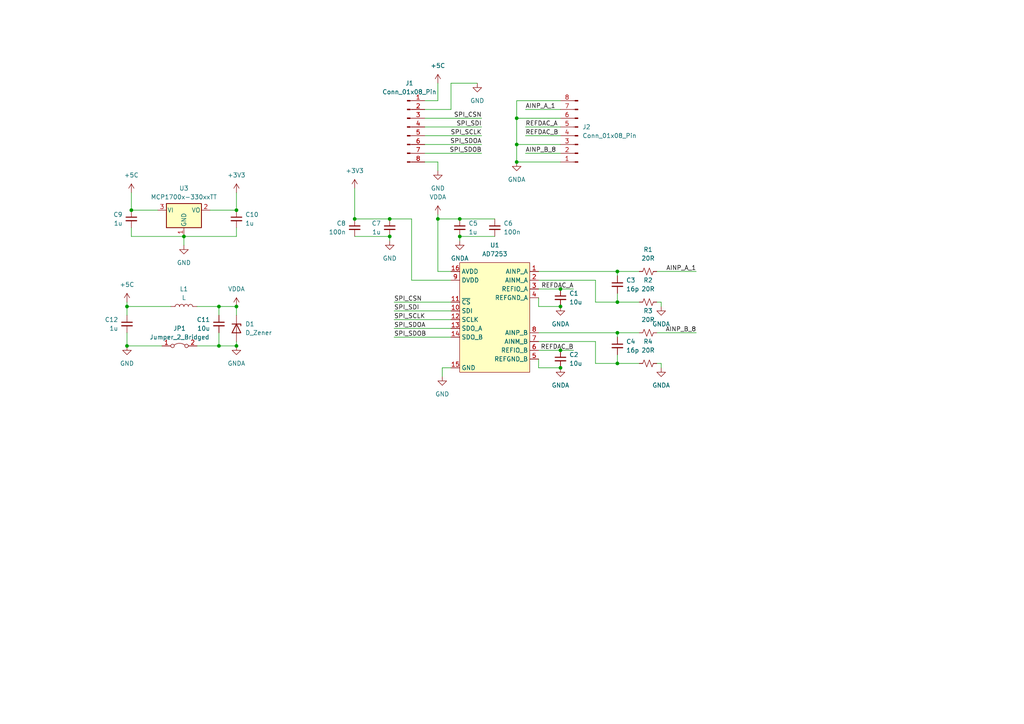
<source format=kicad_sch>
(kicad_sch (version 20230121) (generator eeschema)
  (paper "A4")
  (lib_symbols
    (symbol "BANDIT_PCB_Lib:AD7253"
      (property "Reference" "U" (at 0 3.81 0))
      (property "Value" "AD7253" (at -11.43 3.81 0))
      (symbol "AD7253_1_1"
        (rectangle (start -15.24 2.54) (end 5.08 -29.21) (fill (type background)))
        (pin input line (at 7.62 0 180) (length 2.54) (name "AINP_A") (number "1"))
        (pin input line (at -17.78 -11.43 0) (length 2.54) (name "SDI") (number "10"))
        (pin input line (at -17.78 -8.89 0) (length 2.54) (name "~{CS}") (number "11"))
        (pin input line (at -17.78 -13.97 0) (length 2.54) (name "SCLK") (number "12"))
        (pin input line (at -17.78 -16.51 0) (length 2.54) (name "SDO_A") (number "13"))
        (pin input line (at -17.78 -19.05 0) (length 2.54) (name "SDO_B") (number "14"))
        (pin input line (at -17.78 -27.94 0) (length 2.54) (name "GND") (number "15"))
        (pin input line (at -17.78 0 0) (length 2.54) (name "AVDD") (number "16"))
        (pin input line (at 7.62 -2.54 180) (length 2.54) (name "AINM_A") (number "2"))
        (pin input line (at 7.62 -5.08 180) (length 2.54) (name "REFIO_A") (number "3"))
        (pin input line (at 7.62 -7.62 180) (length 2.54) (name "REFGND_A") (number "4"))
        (pin input line (at 7.62 -25.4 180) (length 2.54) (name "REFGND_B") (number "5"))
        (pin input line (at 7.62 -22.86 180) (length 2.54) (name "REFIO_B") (number "6"))
        (pin input line (at 7.62 -20.32 180) (length 2.54) (name "AINM_B") (number "7"))
        (pin input line (at 7.62 -17.78 180) (length 2.54) (name "AINP_B") (number "8"))
        (pin input line (at -17.78 -2.54 0) (length 2.54) (name "DVDD") (number "9"))
      )
    )
    (symbol "Connector:Conn_01x08_Pin" (pin_names (offset 1.016) hide)
      (property "Reference" "J" (at 0 10.16 0))
      (property "Value" "Conn_01x08_Pin" (at 0 -12.7 0))
      (symbol "Conn_01x08_Pin_1_1"
        (polyline (pts (xy 1.27 -10.16) (xy 0.8636 -10.16)) (stroke (width 0.1524)))
        (polyline (pts (xy 1.27 -7.62) (xy 0.8636 -7.62)) (stroke (width 0.1524)))
        (polyline (pts (xy 1.27 -5.08) (xy 0.8636 -5.08)) (stroke (width 0.1524)))
        (polyline (pts (xy 1.27 -2.54) (xy 0.8636 -2.54)) (stroke (width 0.1524)))
        (polyline (pts (xy 1.27 0) (xy 0.8636 0)) (stroke (width 0.1524)))
        (polyline (pts (xy 1.27 2.54) (xy 0.8636 2.54)) (stroke (width 0.1524)))
        (polyline (pts (xy 1.27 5.08) (xy 0.8636 5.08)) (stroke (width 0.1524)))
        (polyline (pts (xy 1.27 7.62) (xy 0.8636 7.62)) (stroke (width 0.1524)))
        (rectangle (start 0.8636 -10.033) (end 0 -10.287) (stroke (width 0.1524)) (fill (type outline)))
        (rectangle (start 0.8636 -7.493) (end 0 -7.747) (stroke (width 0.1524)) (fill (type outline)))
        (rectangle (start 0.8636 -4.953) (end 0 -5.207) (stroke (width 0.1524)) (fill (type outline)))
        (rectangle (start 0.8636 -2.413) (end 0 -2.667) (stroke (width 0.1524)) (fill (type outline)))
        (rectangle (start 0.8636 0.127) (end 0 -0.127) (stroke (width 0.1524)) (fill (type outline)))
        (rectangle (start 0.8636 2.667) (end 0 2.413) (stroke (width 0.1524)) (fill (type outline)))
        (rectangle (start 0.8636 5.207) (end 0 4.953) (stroke (width 0.1524)) (fill (type outline)))
        (rectangle (start 0.8636 7.747) (end 0 7.493) (stroke (width 0.1524)) (fill (type outline)))
        (pin passive line (at 5.08 7.62 180) (length 3.81) (name "Pin_1") (number "1"))
        (pin passive line (at 5.08 5.08 180) (length 3.81) (name "Pin_2") (number "2"))
        (pin passive line (at 5.08 2.54 180) (length 3.81) (name "Pin_3") (number "3"))
        (pin passive line (at 5.08 0 180) (length 3.81) (name "Pin_4") (number "4"))
        (pin passive line (at 5.08 -2.54 180) (length 3.81) (name "Pin_5") (number "5"))
        (pin passive line (at 5.08 -5.08 180) (length 3.81) (name "Pin_6") (number "6"))
        (pin passive line (at 5.08 -7.62 180) (length 3.81) (name "Pin_7") (number "7"))
        (pin passive line (at 5.08 -10.16 180) (length 3.81) (name "Pin_8") (number "8"))
      )
    )
    (symbol "Device:C_Small" (pin_numbers hide) (pin_names (offset 0.254) hide)
      (property "Reference" "C" (at 0.254 1.778 0))
      (property "Value" "C_Small" (at 0.254 -2.032 0))
      (symbol "C_Small_0_1"
        (polyline (pts (xy -1.524 -0.508) (xy 1.524 -0.508)) (stroke (width 0.3302)))
        (polyline (pts (xy -1.524 0.508) (xy 1.524 0.508)) (stroke (width 0.3048)))
      )
      (symbol "C_Small_1_1"
        (pin passive line (at 0 2.54 270) (length 2.032) (name "~") (number "1"))
        (pin passive line (at 0 -2.54 90) (length 2.032) (name "~") (number "2"))
      )
    )
    (symbol "Device:D_Zener" (pin_numbers hide) (pin_names (offset 1.016) hide)
      (property "Reference" "D" (at 0 2.54 0))
      (property "Value" "D_Zener" (at 0 -2.54 0))
      (symbol "D_Zener_0_1"
        (polyline (pts (xy 1.27 0) (xy -1.27 0)))
        (polyline (pts (xy -1.27 -1.27) (xy -1.27 1.27) (xy -0.762 1.27)) (stroke (width 0.254)))
        (polyline (pts (xy 1.27 -1.27) (xy 1.27 1.27) (xy -1.27 0) (xy 1.27 -1.27)) (stroke (width 0.254)))
      )
      (symbol "D_Zener_1_1"
        (pin passive line (at -3.81 0 0) (length 2.54) (name "K") (number "1"))
        (pin passive line (at 3.81 0 180) (length 2.54) (name "A") (number "2"))
      )
    )
    (symbol "Device:L" (pin_numbers hide) (pin_names (offset 1.016) hide)
      (property "Reference" "L" (at -1.27 0 90))
      (property "Value" "L" (at 1.905 0 90))
      (symbol "L_0_1"
        (arc (start 0 -2.54) (mid 0.6323 -1.905) (end 0 -1.27))
        (arc (start 0 -1.27) (mid 0.6323 -0.635) (end 0 0))
        (arc (start 0 0) (mid 0.6323 0.635) (end 0 1.27))
        (arc (start 0 1.27) (mid 0.6323 1.905) (end 0 2.54))
      )
      (symbol "L_1_1"
        (pin passive line (at 0 3.81 270) (length 1.27) (name "1") (number "1"))
        (pin passive line (at 0 -3.81 90) (length 1.27) (name "2") (number "2"))
      )
    )
    (symbol "Device:R_Small_US" (pin_numbers hide) (pin_names (offset 0.254) hide)
      (property "Reference" "R" (at 0.762 0.508 0))
      (property "Value" "R_Small_US" (at 0.762 -1.016 0))
      (symbol "R_Small_US_1_1"
        (polyline (pts (xy 0 0) (xy 1.016 -0.381) (xy 0 -0.762) (xy -1.016 -1.143) (xy 0 -1.524)))
        (polyline (pts (xy 0 1.524) (xy 1.016 1.143) (xy 0 0.762) (xy -1.016 0.381) (xy 0 0)))
        (pin passive line (at 0 2.54 270) (length 1.016) (name "~") (number "1"))
        (pin passive line (at 0 -2.54 90) (length 1.016) (name "~") (number "2"))
      )
    )
    (symbol "Jumper:Jumper_2_Bridged" (pin_names (offset 0) hide)
      (property "Reference" "JP" (at 0 1.905 0))
      (property "Value" "Jumper_2_Bridged" (at 0 -2.54 0))
      (symbol "Jumper_2_Bridged_0_0"
        (circle (center -2.032 0) (radius 0.508))
        (circle (center 2.032 0) (radius 0.508))
      )
      (symbol "Jumper_2_Bridged_0_1"
        (arc (start 1.524 0.254) (mid 0 0.762) (end -1.524 0.254))
      )
      (symbol "Jumper_2_Bridged_1_1"
        (pin passive line (at -5.08 0 0) (length 2.54) (name "A") (number "1"))
        (pin passive line (at 5.08 0 180) (length 2.54) (name "B") (number "2"))
      )
    )
    (symbol "Regulator_Linear:MCP1700x-330xxTT" (pin_names (offset 0.254))
      (property "Reference" "U" (at -3.81 3.175 0))
      (property "Value" "MCP1700x-330xxTT" (at 0 3.175 0))
      (symbol "MCP1700x-330xxTT_0_1"
        (rectangle (start -5.08 1.905) (end 5.08 -5.08) (stroke (width 0.254)) (fill (type background)))
      )
      (symbol "MCP1700x-330xxTT_1_1"
        (pin power_in line (at 0 -7.62 90) (length 2.54) (name "GND") (number "1"))
        (pin power_out line (at 7.62 0 180) (length 2.54) (name "VO") (number "2"))
        (pin power_in line (at -7.62 0 0) (length 2.54) (name "VI") (number "3"))
      )
    )
    (symbol "power:+3V3" (power) (pin_names (offset 0))
      (property "Value" "+3V3" (at 0 3.556 0))
      (symbol "+3V3_0_1"
        (polyline (pts (xy -0.762 1.27) (xy 0 2.54)))
        (polyline (pts (xy 0 0) (xy 0 2.54)))
        (polyline (pts (xy 0 2.54) (xy 0.762 1.27)))
      )
      (symbol "+3V3_1_1"
        (pin power_in line (at 0 0 90) (length 0) hide (name "+3V3") (number "1"))
      )
    )
    (symbol "power:+5C" (power) (pin_names (offset 0))
      (property "Value" "+5C" (at 0 3.556 0))
      (symbol "+5C_0_1"
        (polyline (pts (xy -0.762 1.27) (xy 0 2.54)))
        (polyline (pts (xy 0 0) (xy 0 2.54)))
        (polyline (pts (xy 0 2.54) (xy 0.762 1.27)))
      )
      (symbol "+5C_1_1"
        (pin power_in line (at 0 0 90) (length 0) hide (name "+5C") (number "1"))
      )
    )
    (symbol "power:GND" (power) (pin_names (offset 0))
      (property "Value" "GND" (at 0 -3.81 0))
      (symbol "GND_0_1"
        (polyline (pts (xy 0 0) (xy 0 -1.27) (xy 1.27 -1.27) (xy 0 -2.54) (xy -1.27 -1.27) (xy 0 -1.27)))
      )
      (symbol "GND_1_1"
        (pin power_in line (at 0 0 270) (length 0) hide (name "GND") (number "1"))
      )
    )
    (symbol "power:GNDA" (power) (pin_names (offset 0))
      (property "Value" "GNDA" (at 0 -3.81 0))
      (symbol "GNDA_0_1"
        (polyline (pts (xy 0 0) (xy 0 -1.27) (xy 1.27 -1.27) (xy 0 -2.54) (xy -1.27 -1.27) (xy 0 -1.27)))
      )
      (symbol "GNDA_1_1"
        (pin power_in line (at 0 0 270) (length 0) hide (name "GNDA") (number "1"))
      )
    )
    (symbol "power:VDDA" (power) (pin_names (offset 0))
      (property "Value" "VDDA" (at 0 3.81 0))
      (symbol "VDDA_0_1"
        (polyline (pts (xy -0.762 1.27) (xy 0 2.54)))
        (polyline (pts (xy 0 0) (xy 0 2.54)))
        (polyline (pts (xy 0 2.54) (xy 0.762 1.27)))
      )
      (symbol "VDDA_1_1"
        (pin power_in line (at 0 0 90) (length 0) hide (name "VDDA") (number "1"))
      )
    )
  )
  (junction (at 162.56 101.6))
  (junction (at 133.35 63.5))
  (junction (at 68.58 60.96))
  (junction (at 127 63.5))
  (junction (at 63.5 100.33))
  (junction (at 36.83 88.9))
  (junction (at 102.87 63.5))
  (junction (at 113.03 63.5))
  (junction (at 36.83 100.33))
  (junction (at 63.5 88.9))
  (junction (at 162.56 106.68))
  (junction (at 53.34 68.58))
  (junction (at 162.56 83.82))
  (junction (at 179.07 78.74))
  (junction (at 179.07 105.41))
  (junction (at 179.07 96.52))
  (junction (at 149.86 41.91))
  (junction (at 162.56 88.9))
  (junction (at 149.86 46.99))
  (junction (at 133.35 68.58))
  (junction (at 38.1 60.96))
  (junction (at 68.58 100.33))
  (junction (at 68.58 88.9))
  (junction (at 149.86 34.29))
  (junction (at 113.03 68.58))
  (junction (at 179.07 87.63))
  (wire (pts (xy 172.72 99.06) (xy 172.72 105.41)))
  (wire (pts (xy 162.56 41.91) (xy 149.86 41.91)))
  (wire (pts (xy 156.21 104.14) (xy 156.21 106.68)))
  (wire (pts (xy 179.07 85.09) (xy 179.07 87.63)))
  (wire (pts (xy 191.77 88.9) (xy 191.77 87.63)))
  (wire (pts (xy 128.27 106.68) (xy 130.81 106.68)))
  (wire (pts (xy 156.21 78.74) (xy 179.07 78.74)))
  (wire (pts (xy 68.58 99.06) (xy 68.58 100.33)))
  (wire (pts (xy 113.03 68.58) (xy 102.87 68.58)))
  (wire (pts (xy 113.03 69.85) (xy 113.03 68.58)))
  (wire (pts (xy 119.38 63.5) (xy 113.03 63.5)))
  (wire (pts (xy 191.77 87.63) (xy 190.5 87.63)))
  (wire (pts (xy 149.86 46.99) (xy 162.56 46.99)))
  (wire (pts (xy 49.53 88.9) (xy 36.83 88.9)))
  (wire (pts (xy 156.21 96.52) (xy 179.07 96.52)))
  (wire (pts (xy 162.56 83.82) (xy 166.37 83.82)))
  (wire (pts (xy 114.3 87.63) (xy 130.81 87.63)))
  (wire (pts (xy 123.19 31.75) (xy 130.81 31.75)))
  (wire (pts (xy 38.1 55.88) (xy 38.1 60.96)))
  (wire (pts (xy 179.07 87.63) (xy 185.42 87.63)))
  (wire (pts (xy 156.21 99.06) (xy 172.72 99.06)))
  (wire (pts (xy 190.5 96.52) (xy 201.93 96.52)))
  (wire (pts (xy 149.86 34.29) (xy 149.86 29.21)))
  (wire (pts (xy 36.83 88.9) (xy 36.83 91.44)))
  (wire (pts (xy 119.38 63.5) (xy 119.38 81.28)))
  (wire (pts (xy 156.21 86.36) (xy 156.21 88.9)))
  (wire (pts (xy 127 46.99) (xy 123.19 46.99)))
  (wire (pts (xy 139.7 41.91) (xy 123.19 41.91)))
  (wire (pts (xy 38.1 60.96) (xy 45.72 60.96)))
  (wire (pts (xy 179.07 102.87) (xy 179.07 105.41)))
  (wire (pts (xy 139.7 44.45) (xy 123.19 44.45)))
  (wire (pts (xy 139.7 39.37) (xy 123.19 39.37)))
  (wire (pts (xy 133.35 68.58) (xy 143.51 68.58)))
  (wire (pts (xy 179.07 80.01) (xy 179.07 78.74)))
  (wire (pts (xy 179.07 78.74) (xy 185.42 78.74)))
  (wire (pts (xy 179.07 97.79) (xy 179.07 96.52)))
  (wire (pts (xy 102.87 54.61) (xy 102.87 63.5)))
  (wire (pts (xy 113.03 63.5) (xy 102.87 63.5)))
  (wire (pts (xy 149.86 41.91) (xy 149.86 46.99)))
  (wire (pts (xy 68.58 88.9) (xy 68.58 91.44)))
  (wire (pts (xy 114.3 92.71) (xy 130.81 92.71)))
  (wire (pts (xy 63.5 100.33) (xy 68.58 100.33)))
  (wire (pts (xy 36.83 100.33) (xy 46.99 100.33)))
  (wire (pts (xy 190.5 78.74) (xy 201.93 78.74)))
  (wire (pts (xy 68.58 68.58) (xy 68.58 66.04)))
  (wire (pts (xy 172.72 87.63) (xy 179.07 87.63)))
  (wire (pts (xy 127 49.53) (xy 127 46.99)))
  (wire (pts (xy 114.3 95.25) (xy 130.81 95.25)))
  (wire (pts (xy 63.5 88.9) (xy 63.5 91.44)))
  (wire (pts (xy 36.83 96.52) (xy 36.83 100.33)))
  (wire (pts (xy 36.83 88.9) (xy 36.83 87.63)))
  (wire (pts (xy 53.34 68.58) (xy 68.58 68.58)))
  (wire (pts (xy 162.56 106.68) (xy 156.21 106.68)))
  (wire (pts (xy 127 63.5) (xy 127 78.74)))
  (wire (pts (xy 179.07 96.52) (xy 185.42 96.52)))
  (wire (pts (xy 149.86 41.91) (xy 149.86 34.29)))
  (wire (pts (xy 63.5 88.9) (xy 68.58 88.9)))
  (wire (pts (xy 139.7 34.29) (xy 123.19 34.29)))
  (wire (pts (xy 38.1 68.58) (xy 38.1 66.04)))
  (wire (pts (xy 162.56 101.6) (xy 166.37 101.6)))
  (wire (pts (xy 156.21 83.82) (xy 162.56 83.82)))
  (wire (pts (xy 133.35 69.85) (xy 133.35 68.58)))
  (wire (pts (xy 53.34 68.58) (xy 53.34 71.12)))
  (wire (pts (xy 139.7 36.83) (xy 123.19 36.83)))
  (wire (pts (xy 152.4 39.37) (xy 162.56 39.37)))
  (wire (pts (xy 127 24.13) (xy 127 29.21)))
  (wire (pts (xy 179.07 105.41) (xy 185.42 105.41)))
  (wire (pts (xy 57.15 100.33) (xy 63.5 100.33)))
  (wire (pts (xy 114.3 97.79) (xy 130.81 97.79)))
  (wire (pts (xy 191.77 105.41) (xy 190.5 105.41)))
  (wire (pts (xy 156.21 81.28) (xy 172.72 81.28)))
  (wire (pts (xy 156.21 101.6) (xy 162.56 101.6)))
  (wire (pts (xy 130.81 31.75) (xy 130.81 24.13)))
  (wire (pts (xy 152.4 31.75) (xy 162.56 31.75)))
  (wire (pts (xy 119.38 81.28) (xy 130.81 81.28)))
  (wire (pts (xy 152.4 44.45) (xy 162.56 44.45)))
  (wire (pts (xy 114.3 90.17) (xy 130.81 90.17)))
  (wire (pts (xy 149.86 34.29) (xy 162.56 34.29)))
  (wire (pts (xy 152.4 36.83) (xy 162.56 36.83)))
  (wire (pts (xy 191.77 106.68) (xy 191.77 105.41)))
  (wire (pts (xy 127 29.21) (xy 123.19 29.21)))
  (wire (pts (xy 172.72 81.28) (xy 172.72 87.63)))
  (wire (pts (xy 172.72 105.41) (xy 179.07 105.41)))
  (wire (pts (xy 53.34 68.58) (xy 38.1 68.58)))
  (wire (pts (xy 68.58 55.88) (xy 68.58 60.96)))
  (wire (pts (xy 130.81 24.13) (xy 138.43 24.13)))
  (wire (pts (xy 133.35 63.5) (xy 143.51 63.5)))
  (wire (pts (xy 127 63.5) (xy 133.35 63.5)))
  (wire (pts (xy 68.58 60.96) (xy 60.96 60.96)))
  (wire (pts (xy 162.56 88.9) (xy 156.21 88.9)))
  (wire (pts (xy 63.5 96.52) (xy 63.5 100.33)))
  (wire (pts (xy 127 78.74) (xy 130.81 78.74)))
  (wire (pts (xy 149.86 29.21) (xy 162.56 29.21)))
  (wire (pts (xy 128.27 109.22) (xy 128.27 106.68)))
  (wire (pts (xy 57.15 88.9) (xy 63.5 88.9)))
  (wire (pts (xy 127 62.23) (xy 127 63.5)))
  (label "SPI_SCLK" (at 114.3 92.71 0))
  (label "AINP_A_1" (at 152.4 31.75 0))
  (label "SPI_CSN" (at 139.7 34.29 180))
  (label "SPI_SDI" (at 139.7 36.83 180))
  (label "SPI_SDOA" (at 139.7 41.91 180))
  (label "SPI_SDI" (at 114.3 90.17 0))
  (label "AINP_B_8" (at 152.4 44.45 0))
  (label "REFDAC_A" (at 166.37 83.82 180))
  (label "SPI_CSN" (at 114.3 87.63 0))
  (label "SPI_SCLK" (at 139.7 39.37 180))
  (label "REFDAC_A" (at 152.4 36.83 0))
  (label "SPI_SDOA" (at 114.3 95.25 0))
  (label "AINP_B_8" (at 201.93 96.52 180))
  (label "AINP_A_1" (at 201.93 78.74 180))
  (label "SPI_SDOB" (at 114.3 97.79 0))
  (label "SPI_SDOB" (at 139.7 44.45 180))
  (label "REFDAC_B" (at 152.4 39.37 0))
  (label "REFDAC_B" (at 166.37 101.6 180))
  (symbol (lib_id "Device:C_Small") (at 133.35 66.04 0) (unit 1)
    (property "Reference" "C5" (at 135.89 64.7763 0) (effects (justify left)))
    (property "Value" "1u" (at 135.89 67.3163 0) (effects (justify left)))
    (property "Footprint" "Capacitor_SMD:C_1206_3216Metric_Pad1.33x1.80mm_HandSolder" (effects hide))
  )
  (symbol (lib_id "power:+3V3") (at 68.58 55.88 0) (unit 1)
    (property "Reference" "#PWR012" (effects hide))
    (property "Value" "+3V3" (at 68.58 50.8 0))
  )
  (symbol (lib_id "power:GNDA") (at 162.56 88.9 0) (unit 1)
    (property "Reference" "#PWR01" (effects hide))
    (property "Value" "GNDA" (at 162.56 93.98 0))
  )
  (symbol (lib_id "Device:C_Small") (at 179.07 100.33 0) (unit 1)
    (property "Reference" "C4" (at 181.61 99.0663 0) (effects (justify left)))
    (property "Value" "16p" (at 181.61 101.6063 0) (effects (justify left)))
    (property "Footprint" "Capacitor_SMD:C_1206_3216Metric_Pad1.33x1.80mm_HandSolder" (effects hide))
  )
  (symbol (lib_id "BANDIT_PCB_Lib:AD7253") (at 148.59 78.74 0) (unit 1)
    (property "Reference" "U1" (at 143.51 71.12 0))
    (property "Value" "AD7253" (at 143.51 73.66 0))
    (property "Footprint" "Package_SO:TSSOP-16_4.4x5mm_P0.65mm" (effects hide))
  )
  (symbol (lib_id "Connector:Conn_01x08_Pin") (at 167.64 39.37 180) (unit 1)
    (property "Reference" "J2" (at 168.91 36.83 0) (effects (justify right)))
    (property "Value" "Conn_01x08_Pin" (at 168.91 39.37 0) (effects (justify right)))
    (property "Footprint" "Connector_PinSocket_2.54mm:PinSocket_1x08_P2.54mm_Vertical" (effects hide))
  )
  (symbol (lib_id "power:GNDA") (at 191.77 106.68 0) (unit 1)
    (property "Reference" "#PWR04" (effects hide))
    (property "Value" "GNDA" (at 191.77 111.76 0))
  )
  (symbol (lib_id "power:GND") (at 53.34 71.12 0) (unit 1)
    (property "Reference" "#PWR011" (effects hide))
    (property "Value" "GND" (at 53.34 76.2 0))
  )
  (symbol (lib_id "Regulator_Linear:MCP1700x-330xxTT") (at 53.34 60.96 0) (unit 1)
    (property "Reference" "U3" (at 53.34 54.61 0))
    (property "Value" "MCP1700x-330xxTT" (at 53.34 57.15 0))
    (property "Footprint" "Package_TO_SOT_SMD:SOT-23" (effects hide))
    (property "Datasheet" "http://ww1.microchip.com/downloads/en/DeviceDoc/20001826D.pdf" (effects hide))
  )
  (symbol (lib_id "power:GND") (at 128.27 109.22 0) (unit 1)
    (property "Reference" "#PWR05" (effects hide))
    (property "Value" "GND" (at 128.27 114.3 0))
  )
  (symbol (lib_id "Device:R_Small_US") (at 187.96 105.41 90) (unit 1)
    (property "Reference" "R4" (at 187.96 99.06 90))
    (property "Value" "20R" (at 187.96 101.6 90))
    (property "Footprint" "Resistor_SMD:R_1206_3216Metric_Pad1.30x1.75mm_HandSolder" (effects hide))
  )
  (symbol (lib_id "power:GND") (at 138.43 24.13 0) (unit 1)
    (property "Reference" "#PWR020" (effects hide))
    (property "Value" "GND" (at 138.43 29.21 0))
  )
  (symbol (lib_id "power:GNDA") (at 68.58 100.33 0) (unit 1)
    (property "Reference" "#PWR016" (effects hide))
    (property "Value" "GNDA" (at 68.58 105.41 0))
  )
  (symbol (lib_id "Connector:Conn_01x08_Pin") (at 118.11 36.83 0) (unit 1)
    (property "Reference" "J1" (at 118.745 24.13 0))
    (property "Value" "Conn_01x08_Pin" (at 118.745 26.67 0))
    (property "Footprint" "Connector_PinSocket_2.54mm:PinSocket_1x08_P2.54mm_Vertical" (effects hide))
  )
  (symbol (lib_id "Device:C_Small") (at 162.56 104.14 0) (unit 1)
    (property "Reference" "C2" (at 165.1 102.8763 0) (effects (justify left)))
    (property "Value" "10u" (at 165.1 105.4163 0) (effects (justify left)))
    (property "Footprint" "Capacitor_SMD:C_1206_3216Metric_Pad1.33x1.80mm_HandSolder" (effects hide))
  )
  (symbol (lib_id "Device:C_Small") (at 68.58 63.5 0) (unit 1)
    (property "Reference" "C10" (at 71.12 62.2363 0) (effects (justify left)))
    (property "Value" "1u" (at 71.12 64.7763 0) (effects (justify left)))
    (property "Footprint" "Capacitor_SMD:C_1206_3216Metric_Pad1.33x1.80mm_HandSolder" (effects hide))
  )
  (symbol (lib_id "Device:R_Small_US") (at 187.96 96.52 90) (unit 1)
    (property "Reference" "R3" (at 187.96 90.17 90))
    (property "Value" "20R" (at 187.96 92.71 90))
    (property "Footprint" "Resistor_SMD:R_1206_3216Metric_Pad1.30x1.75mm_HandSolder" (effects hide))
  )
  (symbol (lib_id "Device:L") (at 53.34 88.9 90) (unit 1)
    (property "Reference" "L1" (at 53.34 83.82 90))
    (property "Value" "L" (at 53.34 86.36 90))
    (property "Footprint" "Inductor_THT:L_Axial_L7.0mm_D3.3mm_P5.08mm_Vertical_Fastron_MICC" (effects hide))
  )
  (symbol (lib_id "Device:C_Small") (at 36.83 93.98 0) (mirror y) (unit 1)
    (property "Reference" "C12" (at 34.29 92.7163 0) (effects (justify left)))
    (property "Value" "1u" (at 34.29 95.2563 0) (effects (justify left)))
    (property "Footprint" "Capacitor_SMD:C_1206_3216Metric_Pad1.33x1.80mm_HandSolder" (effects hide))
  )
  (symbol (lib_id "power:GND") (at 113.03 69.85 0) (unit 1)
    (property "Reference" "#PWR09" (effects hide))
    (property "Value" "GND" (at 113.03 74.93 0))
  )
  (symbol (lib_id "power:GNDA") (at 162.56 106.68 0) (unit 1)
    (property "Reference" "#PWR02" (effects hide))
    (property "Value" "GNDA" (at 162.56 111.76 0))
  )
  (symbol (lib_id "Device:R_Small_US") (at 187.96 87.63 90) (unit 1)
    (property "Reference" "R2" (at 187.96 81.28 90))
    (property "Value" "20R" (at 187.96 83.82 90))
    (property "Footprint" "Resistor_SMD:R_1206_3216Metric_Pad1.30x1.75mm_HandSolder" (effects hide))
  )
  (symbol (lib_id "Device:C_Small") (at 143.51 66.04 0) (unit 1)
    (property "Reference" "C6" (at 146.05 64.7763 0) (effects (justify left)))
    (property "Value" "100n" (at 146.05 67.3163 0) (effects (justify left)))
    (property "Footprint" "Capacitor_SMD:C_1206_3216Metric_Pad1.33x1.80mm_HandSolder" (effects hide))
  )
  (symbol (lib_id "power:VDDA") (at 68.58 88.9 0) (unit 1)
    (property "Reference" "#PWR014" (effects hide))
    (property "Value" "VDDA" (at 68.58 83.82 0))
  )
  (symbol (lib_id "power:GND") (at 127 49.53 0) (unit 1)
    (property "Reference" "#PWR019" (effects hide))
    (property "Value" "GND" (at 127 54.61 0))
  )
  (symbol (lib_id "power:+5C") (at 127 24.13 0) (unit 1)
    (property "Reference" "#PWR018" (effects hide))
    (property "Value" "+5C" (at 127 19.05 0))
  )
  (symbol (lib_id "Device:C_Small") (at 38.1 63.5 0) (mirror y) (unit 1)
    (property "Reference" "C9" (at 35.56 62.2363 0) (effects (justify left)))
    (property "Value" "1u" (at 35.56 64.7763 0) (effects (justify left)))
    (property "Footprint" "Capacitor_SMD:C_1206_3216Metric_Pad1.33x1.80mm_HandSolder" (effects hide))
  )
  (symbol (lib_id "Device:C_Small") (at 162.56 86.36 0) (unit 1)
    (property "Reference" "C1" (at 165.1 85.0963 0) (effects (justify left)))
    (property "Value" "10u" (at 165.1 87.6363 0) (effects (justify left)))
    (property "Footprint" "Capacitor_SMD:C_1206_3216Metric_Pad1.33x1.80mm_HandSolder" (effects hide))
  )
  (symbol (lib_id "power:GND") (at 36.83 100.33 0) (unit 1)
    (property "Reference" "#PWR017" (effects hide))
    (property "Value" "GND" (at 36.83 105.41 0))
  )
  (symbol (lib_id "Device:C_Small") (at 63.5 93.98 0) (mirror y) (unit 1)
    (property "Reference" "C11" (at 60.96 92.7163 0) (effects (justify left)))
    (property "Value" "10u" (at 60.96 95.2563 0) (effects (justify left)))
    (property "Footprint" "Capacitor_SMD:C_1206_3216Metric_Pad1.33x1.80mm_HandSolder" (effects hide))
  )
  (symbol (lib_id "Device:R_Small_US") (at 187.96 78.74 90) (unit 1)
    (property "Reference" "R1" (at 187.96 72.39 90))
    (property "Value" "20R" (at 187.96 74.93 90))
    (property "Footprint" "Resistor_SMD:R_1206_3216Metric_Pad1.30x1.75mm_HandSolder" (effects hide))
  )
  (symbol (lib_id "Device:C_Small") (at 102.87 66.04 0) (mirror y) (unit 1)
    (property "Reference" "C8" (at 100.33 64.7763 0) (effects (justify left)))
    (property "Value" "100n" (at 100.33 67.3163 0) (effects (justify left)))
    (property "Footprint" "Capacitor_SMD:C_1206_3216Metric_Pad1.33x1.80mm_HandSolder" (effects hide))
  )
  (symbol (lib_id "power:GNDA") (at 133.35 69.85 0) (unit 1)
    (property "Reference" "#PWR08" (effects hide))
    (property "Value" "GNDA" (at 133.35 74.93 0))
  )
  (symbol (lib_id "power:VDDA") (at 127 62.23 0) (unit 1)
    (property "Reference" "#PWR06" (effects hide))
    (property "Value" "VDDA" (at 127 57.15 0))
  )
  (symbol (lib_id "power:+3V3") (at 102.87 54.61 0) (unit 1)
    (property "Reference" "#PWR07" (effects hide))
    (property "Value" "+3V3" (at 102.87 49.53 0))
  )
  (symbol (lib_id "power:GNDA") (at 149.86 46.99 0) (unit 1)
    (property "Reference" "#PWR013" (effects hide))
    (property "Value" "GNDA" (at 149.86 52.07 0))
  )
  (symbol (lib_id "Device:C_Small") (at 179.07 82.55 0) (unit 1)
    (property "Reference" "C3" (at 181.61 81.2863 0) (effects (justify left)))
    (property "Value" "16p" (at 181.61 83.8263 0) (effects (justify left)))
    (property "Footprint" "Capacitor_SMD:C_1206_3216Metric_Pad1.33x1.80mm_HandSolder" (effects hide))
  )
  (symbol (lib_id "Jumper:Jumper_2_Bridged") (at 52.07 100.33 0) (unit 1)
    (property "Reference" "JP1" (at 52.07 95.25 0))
    (property "Value" "Jumper_2_Bridged" (at 52.07 97.79 0))
    (property "Footprint" "Jumper:SolderJumper-2_P1.3mm_Open_TrianglePad1.0x1.5mm" (effects hide))
  )
  (symbol (lib_id "Device:C_Small") (at 113.03 66.04 0) (mirror y) (unit 1)
    (property "Reference" "C7" (at 110.49 64.7763 0) (effects (justify left)))
    (property "Value" "1u" (at 110.49 67.3163 0) (effects (justify left)))
    (property "Footprint" "Capacitor_SMD:C_1206_3216Metric_Pad1.33x1.80mm_HandSolder" (effects hide))
  )
  (symbol (lib_id "Device:D_Zener") (at 68.58 95.25 270) (unit 1)
    (property "Reference" "D1" (at 71.12 93.98 90) (effects (justify left)))
    (property "Value" "D_Zener" (at 71.12 96.52 90) (effects (justify left)))
    (property "Footprint" "Diode_THT:D_T-1_P2.54mm_Vertical_AnodeUp" (effects hide))
  )
  (symbol (lib_id "power:GNDA") (at 191.77 88.9 0) (unit 1)
    (property "Reference" "#PWR03" (effects hide))
    (property "Value" "GNDA" (at 191.77 93.98 0))
  )
  (symbol (lib_id "power:+5C") (at 38.1 55.88 0) (unit 1)
    (property "Reference" "#PWR010" (effects hide))
    (property "Value" "+5C" (at 38.1 50.8 0))
  )
  (symbol (lib_id "power:+5C") (at 36.83 87.63 0) (unit 1)
    (property "Reference" "#PWR015" (effects hide))
    (property "Value" "+5C" (at 36.83 82.55 0))
  )
)
</source>
